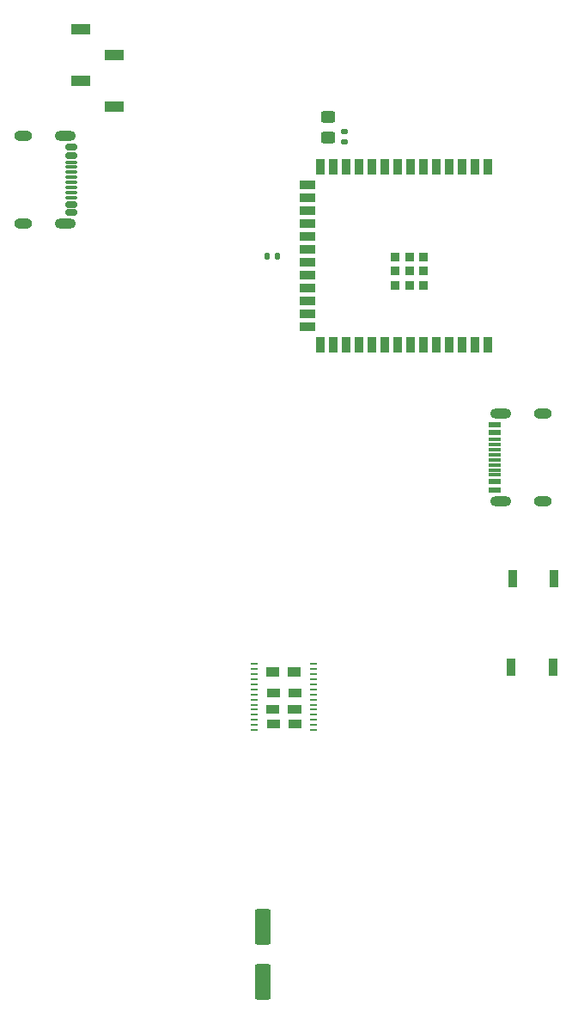
<source format=gbr>
%TF.GenerationSoftware,KiCad,Pcbnew,8.0.5*%
%TF.CreationDate,2024-12-18T19:41:23+01:00*%
%TF.ProjectId,makeraxe-lite,6d616b65-7261-4786-952d-6c6974652e6b,rev?*%
%TF.SameCoordinates,Original*%
%TF.FileFunction,Paste,Bot*%
%TF.FilePolarity,Positive*%
%FSLAX46Y46*%
G04 Gerber Fmt 4.6, Leading zero omitted, Abs format (unit mm)*
G04 Created by KiCad (PCBNEW 8.0.5) date 2024-12-18 19:41:23*
%MOMM*%
%LPD*%
G01*
G04 APERTURE LIST*
G04 Aperture macros list*
%AMRoundRect*
0 Rectangle with rounded corners*
0 $1 Rounding radius*
0 $2 $3 $4 $5 $6 $7 $8 $9 X,Y pos of 4 corners*
0 Add a 4 corners polygon primitive as box body*
4,1,4,$2,$3,$4,$5,$6,$7,$8,$9,$2,$3,0*
0 Add four circle primitives for the rounded corners*
1,1,$1+$1,$2,$3*
1,1,$1+$1,$4,$5*
1,1,$1+$1,$6,$7*
1,1,$1+$1,$8,$9*
0 Add four rect primitives between the rounded corners*
20,1,$1+$1,$2,$3,$4,$5,0*
20,1,$1+$1,$4,$5,$6,$7,0*
20,1,$1+$1,$6,$7,$8,$9,0*
20,1,$1+$1,$8,$9,$2,$3,0*%
G04 Aperture macros list end*
%ADD10C,0.001000*%
%ADD11R,1.900000X1.000000*%
%ADD12RoundRect,0.135000X-0.185000X0.135000X-0.185000X-0.135000X0.185000X-0.135000X0.185000X0.135000X0*%
%ADD13RoundRect,0.150000X0.425000X-0.150000X0.425000X0.150000X-0.425000X0.150000X-0.425000X-0.150000X0*%
%ADD14RoundRect,0.075000X0.500000X-0.075000X0.500000X0.075000X-0.500000X0.075000X-0.500000X-0.075000X0*%
%ADD15O,1.800000X1.000000*%
%ADD16O,2.100000X1.000000*%
%ADD17R,1.150000X0.600000*%
%ADD18R,1.150000X0.300000*%
%ADD19R,0.900000X1.500000*%
%ADD20R,1.500000X0.900000*%
%ADD21R,0.900000X0.900000*%
%ADD22RoundRect,0.135000X0.135000X0.185000X-0.135000X0.185000X-0.135000X-0.185000X0.135000X-0.185000X0*%
%ADD23RoundRect,0.250000X-0.450000X0.325000X-0.450000X-0.325000X0.450000X-0.325000X0.450000X0.325000X0*%
%ADD24R,0.792000X0.221000*%
%ADD25RoundRect,0.250000X-0.550000X1.500000X-0.550000X-1.500000X0.550000X-1.500000X0.550000X1.500000X0*%
%ADD26R,0.900000X1.800000*%
G04 APERTURE END LIST*
%TO.C,U9*%
D10*
X105062000Y-113158000D02*
X103862000Y-113158000D01*
X103862000Y-113948000D01*
X105062000Y-113948000D01*
X105062000Y-113158000D01*
G36*
X105062000Y-113158000D02*
G01*
X103862000Y-113158000D01*
X103862000Y-113948000D01*
X105062000Y-113948000D01*
X105062000Y-113158000D01*
G37*
X105092000Y-116828000D02*
X103892000Y-116828000D01*
X103892000Y-117618000D01*
X105092000Y-117618000D01*
X105092000Y-116828000D01*
G36*
X105092000Y-116828000D02*
G01*
X103892000Y-116828000D01*
X103892000Y-117618000D01*
X105092000Y-117618000D01*
X105092000Y-116828000D01*
G37*
X105112000Y-115238000D02*
X103912000Y-115238000D01*
X103912000Y-116028000D01*
X105112000Y-116028000D01*
X105112000Y-115238000D01*
G36*
X105112000Y-115238000D02*
G01*
X103912000Y-115238000D01*
X103912000Y-116028000D01*
X105112000Y-116028000D01*
X105112000Y-115238000D01*
G37*
X105112000Y-118268000D02*
X103912000Y-118268000D01*
X103912000Y-119058000D01*
X105112000Y-119058000D01*
X105112000Y-118268000D01*
G36*
X105112000Y-118268000D02*
G01*
X103912000Y-118268000D01*
X103912000Y-119058000D01*
X105112000Y-119058000D01*
X105112000Y-118268000D01*
G37*
X107192000Y-113163000D02*
X105992000Y-113163000D01*
X105992000Y-113953000D01*
X107192000Y-113953000D01*
X107192000Y-113163000D01*
G36*
X107192000Y-113163000D02*
G01*
X105992000Y-113163000D01*
X105992000Y-113953000D01*
X107192000Y-113953000D01*
X107192000Y-113163000D01*
G37*
X107222000Y-116833000D02*
X106022000Y-116833000D01*
X106022000Y-117623000D01*
X107222000Y-117623000D01*
X107222000Y-116833000D01*
G36*
X107222000Y-116833000D02*
G01*
X106022000Y-116833000D01*
X106022000Y-117623000D01*
X107222000Y-117623000D01*
X107222000Y-116833000D01*
G37*
X107242000Y-115243000D02*
X106042000Y-115243000D01*
X106042000Y-116033000D01*
X107242000Y-116033000D01*
X107242000Y-115243000D01*
G36*
X107242000Y-115243000D02*
G01*
X106042000Y-115243000D01*
X106042000Y-116033000D01*
X107242000Y-116033000D01*
X107242000Y-115243000D01*
G37*
X107242000Y-118273000D02*
X106042000Y-118273000D01*
X106042000Y-119063000D01*
X107242000Y-119063000D01*
X107242000Y-118273000D01*
G36*
X107242000Y-118273000D02*
G01*
X106042000Y-118273000D01*
X106042000Y-119063000D01*
X107242000Y-119063000D01*
X107242000Y-118273000D01*
G37*
%TD*%
D11*
%TO.C,J4*%
X85555000Y-50280000D03*
X88855000Y-52820000D03*
X85555000Y-55360000D03*
X88855000Y-57900000D03*
%TD*%
D12*
%TO.C,R19*%
X111600000Y-60380000D03*
X111600000Y-61400000D03*
%TD*%
D13*
%TO.C,J2*%
X84620000Y-68350000D03*
X84620000Y-67550000D03*
D14*
X84620000Y-66400000D03*
X84620000Y-65400000D03*
X84620000Y-64900000D03*
X84620000Y-63900000D03*
D13*
X84620000Y-62750000D03*
X84620000Y-61950000D03*
X84620000Y-61950000D03*
X84620000Y-62750000D03*
D14*
X84620000Y-63400000D03*
X84620000Y-64400000D03*
X84620000Y-65900000D03*
X84620000Y-66900000D03*
D13*
X84620000Y-67550000D03*
X84620000Y-68350000D03*
D15*
X79865000Y-69470000D03*
D16*
X84045000Y-69470000D03*
D15*
X79865000Y-60830000D03*
D16*
X84045000Y-60830000D03*
%TD*%
D17*
%TO.C,J5*%
X126368000Y-89256000D03*
X126368000Y-90056000D03*
D18*
X126368000Y-91206000D03*
X126368000Y-92206000D03*
X126368000Y-92706000D03*
X126368000Y-93706000D03*
D17*
X126368000Y-94856000D03*
X126368000Y-95656000D03*
X126368000Y-95656000D03*
X126368000Y-94856000D03*
D18*
X126368000Y-94206000D03*
X126368000Y-93206000D03*
X126368000Y-91706000D03*
X126368000Y-90706000D03*
D17*
X126368000Y-90056000D03*
X126368000Y-89256000D03*
D15*
X131123000Y-88136000D03*
D16*
X126943000Y-88136000D03*
D15*
X131123000Y-96776000D03*
D16*
X126943000Y-96776000D03*
%TD*%
D19*
%TO.C,U7*%
X125690000Y-81360000D03*
X124420000Y-81360000D03*
X123150000Y-81360000D03*
X121880000Y-81360000D03*
X120610000Y-81360000D03*
X119340000Y-81360000D03*
X118070000Y-81360000D03*
X116800000Y-81360000D03*
X115530000Y-81360000D03*
X114260000Y-81360000D03*
X112990000Y-81360000D03*
X111720000Y-81360000D03*
X110450000Y-81360000D03*
X109180000Y-81360000D03*
D20*
X107930000Y-79595000D03*
X107930000Y-78325000D03*
X107930000Y-77055000D03*
X107930000Y-75785000D03*
X107930000Y-74515000D03*
X107930000Y-73245000D03*
X107930000Y-71975000D03*
X107930000Y-70705000D03*
X107930000Y-69435000D03*
X107930000Y-68165000D03*
X107930000Y-66895000D03*
X107930000Y-65625000D03*
D19*
X109180000Y-63860000D03*
X110450000Y-63860000D03*
X111720000Y-63860000D03*
X112990000Y-63860000D03*
X114260000Y-63860000D03*
X115530000Y-63860000D03*
X116800000Y-63860000D03*
X118070000Y-63860000D03*
X119340000Y-63860000D03*
X120610000Y-63860000D03*
X121880000Y-63860000D03*
X123150000Y-63860000D03*
X124420000Y-63860000D03*
X125690000Y-63860000D03*
D21*
X116570000Y-75510000D03*
X117970000Y-75510000D03*
X119370000Y-75510000D03*
X116570000Y-74110000D03*
X117970000Y-74110000D03*
X119370000Y-74110000D03*
X116570000Y-72710000D03*
X117970000Y-72710000D03*
X119370000Y-72710000D03*
%TD*%
D22*
%TO.C,R10*%
X104990000Y-72630000D03*
X103970000Y-72630000D03*
%TD*%
D23*
%TO.C,D2*%
X110000000Y-58925000D03*
X110000000Y-60975000D03*
%TD*%
D24*
%TO.C,U9*%
X108528000Y-112805000D03*
X108528000Y-113307000D03*
X108528000Y-113809000D03*
X108528000Y-114311000D03*
X108528000Y-114813000D03*
X108528000Y-115315000D03*
X108528000Y-115817000D03*
X108528000Y-116319000D03*
X108528000Y-116821000D03*
X108528000Y-117323000D03*
X108528000Y-117825000D03*
X108528000Y-118327000D03*
X108528000Y-118829000D03*
X108528000Y-119331000D03*
X102696000Y-119318000D03*
X102696000Y-118818000D03*
X102696000Y-118318000D03*
X102696000Y-117818000D03*
X102696000Y-117318000D03*
X102696000Y-116821000D03*
X102696000Y-116318000D03*
X102696000Y-115817000D03*
X102696000Y-115315000D03*
X102696000Y-114813000D03*
X102696000Y-114311000D03*
X102696000Y-113818000D03*
X102696000Y-113307000D03*
X102696000Y-112818000D03*
%TD*%
D25*
%TO.C,C49*%
X103490000Y-138720000D03*
X103490000Y-144120000D03*
%TD*%
D26*
%TO.C,SW1*%
X132246000Y-104448000D03*
X128136000Y-104448000D03*
%TD*%
%TO.C,SW2*%
X132142000Y-113155000D03*
X128032000Y-113155000D03*
%TD*%
M02*

</source>
